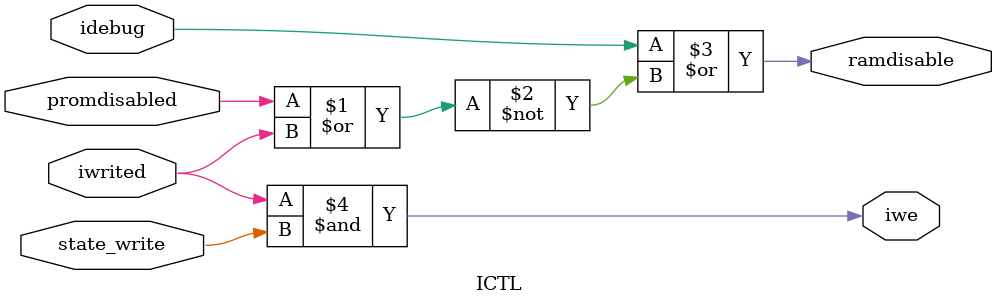
<source format=v>

module ICTL(ramdisable, idebug, promdisabled, iwrited, state_write, iwe);

   input idebug;
   input iwrited;
   input promdisabled;
   input state_write;
   output iwe;
   output ramdisable;

   ////////////////////////////////////////////////////////////////////////////////

   assign ramdisable = idebug | ~(promdisabled | iwrited);

   // see clocks below
   wire   iwe;
   assign iwe = iwrited & state_write;

endmodule

</source>
